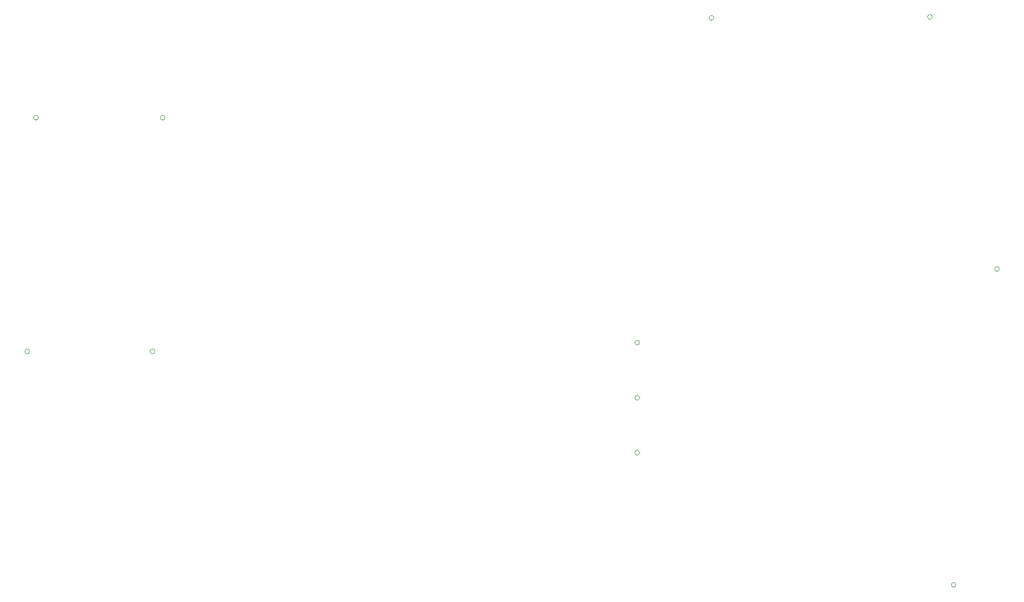
<source format=gbr>
%TF.GenerationSoftware,KiCad,Pcbnew,(6.0.8-1)-1*%
%TF.CreationDate,2022-11-09T12:39:36-05:00*%
%TF.ProjectId,HermEIS,4865726d-4549-4532-9e6b-696361645f70,rev?*%
%TF.SameCoordinates,Original*%
%TF.FileFunction,Legend,Bot*%
%TF.FilePolarity,Positive*%
%FSLAX46Y46*%
G04 Gerber Fmt 4.6, Leading zero omitted, Abs format (unit mm)*
G04 Created by KiCad (PCBNEW (6.0.8-1)-1) date 2022-11-09 12:39:36*
%MOMM*%
%LPD*%
G01*
G04 APERTURE LIST*
%ADD10C,0.120000*%
G04 APERTURE END LIST*
D10*
%TO.C,J19*%
X144887100Y-35334400D02*
G75*
G03*
X144887100Y-35334400I-381000J0D01*
G01*
%TO.C,J18*%
X190413800Y-75387000D02*
G75*
G03*
X190413800Y-75387000I-381000J0D01*
G01*
%TO.C,J17*%
X183493800Y-125777000D02*
G75*
G03*
X183493800Y-125777000I-381000J0D01*
G01*
%TO.C,J16*%
X57401700Y-51255000D02*
G75*
G03*
X57401700Y-51255000I-381000J0D01*
G01*
%TO.C,J20*%
X179717100Y-35179400D02*
G75*
G03*
X179717100Y-35179400I-381000J0D01*
G01*
%TO.C,J21*%
X133059000Y-95926133D02*
G75*
G03*
X133059000Y-95926133I-381000J0D01*
G01*
%TO.C,J22*%
X133059000Y-87142800D02*
G75*
G03*
X133059000Y-87142800I-381000J0D01*
G01*
%TO.C,J15*%
X55788500Y-88526000D02*
G75*
G03*
X55788500Y-88526000I-381000J0D01*
G01*
%TO.C,J12*%
X133059000Y-104709466D02*
G75*
G03*
X133059000Y-104709466I-381000J0D01*
G01*
%TO.C,J14*%
X37196000Y-51255000D02*
G75*
G03*
X37196000Y-51255000I-381000J0D01*
G01*
%TO.C,J13*%
X35801000Y-88526000D02*
G75*
G03*
X35801000Y-88526000I-381000J0D01*
G01*
%TD*%
M02*

</source>
